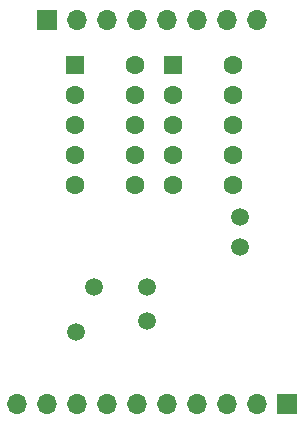
<source format=gbr>
%TF.GenerationSoftware,KiCad,Pcbnew,(6.0.9)*%
%TF.CreationDate,2022-12-15T13:56:24+01:00*%
%TF.ProjectId,8view,38766965-772e-46b6-9963-61645f706362,rev?*%
%TF.SameCoordinates,Original*%
%TF.FileFunction,Soldermask,Bot*%
%TF.FilePolarity,Negative*%
%FSLAX46Y46*%
G04 Gerber Fmt 4.6, Leading zero omitted, Abs format (unit mm)*
G04 Created by KiCad (PCBNEW (6.0.9)) date 2022-12-15 13:56:24*
%MOMM*%
%LPD*%
G01*
G04 APERTURE LIST*
%ADD10C,1.500000*%
%ADD11R,1.700000X1.700000*%
%ADD12O,1.700000X1.700000*%
%ADD13R,1.600000X1.600000*%
%ADD14C,1.600000*%
G04 APERTURE END LIST*
D10*
%TO.C,TP6*%
X154750000Y-137600000D03*
%TD*%
%TO.C,TP5*%
X140900000Y-144800000D03*
%TD*%
%TO.C,TP4*%
X146900000Y-143900000D03*
%TD*%
%TO.C,TP3*%
X142400000Y-141000000D03*
%TD*%
%TO.C,TP2*%
X154750000Y-135050000D03*
%TD*%
%TO.C,TP1*%
X146900000Y-141000000D03*
%TD*%
D11*
%TO.C,J1*%
X138430000Y-118364000D03*
D12*
X140970000Y-118364000D03*
X143510000Y-118364000D03*
X146050000Y-118364000D03*
X148590000Y-118364000D03*
X151130000Y-118364000D03*
X153670000Y-118364000D03*
X156210000Y-118364000D03*
%TD*%
D13*
%TO.C,U2*%
X140788500Y-122174000D03*
D14*
X140788500Y-124714000D03*
X140788500Y-127254000D03*
X140788500Y-129794000D03*
X140788500Y-132334000D03*
X145868500Y-132334000D03*
X145868500Y-129794000D03*
X145868500Y-127254000D03*
X145868500Y-124714000D03*
X145868500Y-122174000D03*
%TD*%
D13*
%TO.C,U3*%
X149098000Y-122174000D03*
D14*
X149098000Y-124714000D03*
X149098000Y-127254000D03*
X149098000Y-129794000D03*
X149098000Y-132334000D03*
X154178000Y-132334000D03*
X154178000Y-129794000D03*
X154178000Y-127254000D03*
X154178000Y-124714000D03*
X154178000Y-122174000D03*
%TD*%
D11*
%TO.C,J2*%
X158750000Y-150876000D03*
D12*
X156210000Y-150876000D03*
X153670000Y-150876000D03*
X151130000Y-150876000D03*
X148590000Y-150876000D03*
X146050000Y-150876000D03*
X143510000Y-150876000D03*
X140970000Y-150876000D03*
X138430000Y-150876000D03*
X135890000Y-150876000D03*
%TD*%
M02*

</source>
